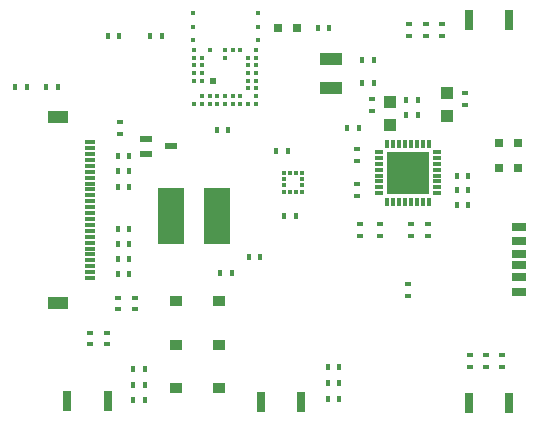
<source format=gtp>
G04*
G04 #@! TF.GenerationSoftware,Altium Limited,Altium Designer,24.3.1 (35)*
G04*
G04 Layer_Color=8421504*
%FSLAX44Y44*%
%MOMM*%
G71*
G04*
G04 #@! TF.SameCoordinates,1466609E-AFDC-4EB5-9CD4-67DB0788F0E7*
G04*
G04*
G04 #@! TF.FilePolarity,Positive*
G04*
G01*
G75*
%ADD18R,0.5400X0.4400*%
%ADD19R,0.4400X0.5400*%
%ADD20R,0.8000X1.7000*%
%ADD21R,0.4000X0.4000*%
%ADD22R,0.5000X0.5000*%
%ADD23R,1.9000X1.1000*%
%ADD24R,0.8000X0.8000*%
%ADD25R,3.6000X3.6000*%
%ADD26R,0.3000X0.8000*%
%ADD27R,0.8000X0.3000*%
%ADD28R,1.0500X0.8500*%
%ADD29R,0.9000X0.3000*%
%ADD30R,1.8000X1.1000*%
%ADD31R,0.3000X0.3500*%
%ADD32R,0.3500X0.3000*%
%ADD33R,2.3000X4.8500*%
%ADD34R,1.0160X1.0160*%
%ADD35R,1.0500X0.5000*%
%ADD36R,1.2000X0.8000*%
%ADD37R,1.2000X0.7600*%
%ADD38R,1.2000X0.7000*%
D18*
X403568Y53198D02*
D03*
Y43198D02*
D03*
X417068D02*
D03*
Y53198D02*
D03*
X430569Y43189D02*
D03*
Y53188D02*
D03*
X366250Y323250D02*
D03*
Y333250D02*
D03*
X380000D02*
D03*
Y323250D02*
D03*
X352500D02*
D03*
Y333250D02*
D03*
X106000Y92000D02*
D03*
Y102000D02*
D03*
X308000Y218000D02*
D03*
Y228000D02*
D03*
X120000Y102000D02*
D03*
Y92000D02*
D03*
X96851Y72378D02*
D03*
Y62378D02*
D03*
X82136Y72378D02*
D03*
Y62378D02*
D03*
X354000Y164000D02*
D03*
Y154000D02*
D03*
X368000Y164000D02*
D03*
Y154000D02*
D03*
X321000Y270000D02*
D03*
Y260000D02*
D03*
X399692Y275268D02*
D03*
Y265268D02*
D03*
X351097Y113171D02*
D03*
Y103171D02*
D03*
X107259Y250868D02*
D03*
Y240868D02*
D03*
X328000Y154000D02*
D03*
Y164000D02*
D03*
X311000Y154000D02*
D03*
Y164000D02*
D03*
X308000Y198000D02*
D03*
Y188000D02*
D03*
D19*
X128811Y14877D02*
D03*
X118811D02*
D03*
Y28377D02*
D03*
X128811D02*
D03*
X118811Y41877D02*
D03*
X128811D02*
D03*
X283251Y16165D02*
D03*
X293251D02*
D03*
Y29665D02*
D03*
X283251D02*
D03*
X392549Y205306D02*
D03*
X402549D02*
D03*
X199283Y243470D02*
D03*
X189283D02*
D03*
X239643Y226456D02*
D03*
X249643D02*
D03*
X115500Y134750D02*
D03*
X105500D02*
D03*
X115500Y122250D02*
D03*
X105500D02*
D03*
X202325Y122929D02*
D03*
X192325D02*
D03*
X226481Y136545D02*
D03*
X216481D02*
D03*
X246305Y171334D02*
D03*
X256305D02*
D03*
X105500Y209000D02*
D03*
X115500D02*
D03*
X105500Y196000D02*
D03*
X115500D02*
D03*
X105500Y159750D02*
D03*
X115500D02*
D03*
X105500Y147250D02*
D03*
X115500D02*
D03*
X349926Y269644D02*
D03*
X359926D02*
D03*
X349961Y256671D02*
D03*
X359961D02*
D03*
X322651Y302872D02*
D03*
X312651D02*
D03*
X322303Y283474D02*
D03*
X312302D02*
D03*
X97079Y323472D02*
D03*
X107079D02*
D03*
X45000Y280000D02*
D03*
X55000D02*
D03*
X115500Y222000D02*
D03*
X105500D02*
D03*
X392549Y192806D02*
D03*
X402549D02*
D03*
X392549Y180306D02*
D03*
X402549D02*
D03*
X300039Y245400D02*
D03*
X310039D02*
D03*
X284802Y330137D02*
D03*
X274802D02*
D03*
X19000Y280000D02*
D03*
X29000D02*
D03*
X142981Y323071D02*
D03*
X132981D02*
D03*
X293251Y43165D02*
D03*
X283251D02*
D03*
D20*
X97000Y14000D02*
D03*
X63000D02*
D03*
X403000Y12818D02*
D03*
X437000D02*
D03*
X403000Y337000D02*
D03*
X437000D02*
D03*
X226589Y13423D02*
D03*
X260589D02*
D03*
D21*
X222500Y272500D02*
D03*
X170500Y311500D02*
D03*
X183500D02*
D03*
X196500D02*
D03*
X203000D02*
D03*
X209500D02*
D03*
X222500D02*
D03*
X222500Y305000D02*
D03*
Y298500D02*
D03*
X222500Y292000D02*
D03*
Y285500D02*
D03*
Y279000D02*
D03*
Y266000D02*
D03*
X216000D02*
D03*
X209500Y266000D02*
D03*
X203000Y266000D02*
D03*
X196500D02*
D03*
X190000Y266000D02*
D03*
X183500Y266000D02*
D03*
X177000D02*
D03*
X170500D02*
D03*
Y285500D02*
D03*
Y292000D02*
D03*
Y298500D02*
D03*
Y305000D02*
D03*
X177000Y305000D02*
D03*
X196500D02*
D03*
X216000Y305000D02*
D03*
Y298500D02*
D03*
Y292000D02*
D03*
Y285500D02*
D03*
Y279000D02*
D03*
X209500Y272500D02*
D03*
X203000D02*
D03*
X196500D02*
D03*
X190000D02*
D03*
X183500D02*
D03*
X177000D02*
D03*
Y285500D02*
D03*
Y292000D02*
D03*
Y298500D02*
D03*
X169000Y319750D02*
D03*
Y342750D02*
D03*
Y331250D02*
D03*
X224000Y331250D02*
D03*
Y342750D02*
D03*
Y319750D02*
D03*
D22*
X186500Y285750D02*
D03*
D23*
X286000Y279000D02*
D03*
Y304000D02*
D03*
D24*
X444674Y211269D02*
D03*
X428174D02*
D03*
X240948Y330509D02*
D03*
X257448D02*
D03*
X428186Y232797D02*
D03*
X444686D02*
D03*
D25*
X351299Y207806D02*
D03*
D26*
X368799Y232306D02*
D03*
X363799D02*
D03*
X358799D02*
D03*
X353799D02*
D03*
X348799D02*
D03*
X343799D02*
D03*
X338799D02*
D03*
X333799D02*
D03*
Y183306D02*
D03*
X338799D02*
D03*
X343799D02*
D03*
X348799D02*
D03*
X353799D02*
D03*
X358799D02*
D03*
X363799D02*
D03*
X368799D02*
D03*
D27*
X326799Y225306D02*
D03*
Y220306D02*
D03*
Y215306D02*
D03*
Y210306D02*
D03*
Y205306D02*
D03*
Y200306D02*
D03*
Y195306D02*
D03*
Y190306D02*
D03*
X375799D02*
D03*
Y195306D02*
D03*
Y200306D02*
D03*
Y205306D02*
D03*
Y210306D02*
D03*
Y215306D02*
D03*
Y220306D02*
D03*
Y225306D02*
D03*
D28*
X155000Y99000D02*
D03*
X191000D02*
D03*
X155000Y62000D02*
D03*
X191000D02*
D03*
Y25000D02*
D03*
X155000D02*
D03*
D29*
X82000Y233500D02*
D03*
Y228500D02*
D03*
Y223500D02*
D03*
Y218500D02*
D03*
Y213500D02*
D03*
Y208500D02*
D03*
Y203500D02*
D03*
Y198500D02*
D03*
Y193500D02*
D03*
Y188500D02*
D03*
Y183500D02*
D03*
Y178500D02*
D03*
Y173500D02*
D03*
Y168500D02*
D03*
Y163500D02*
D03*
Y158500D02*
D03*
Y153500D02*
D03*
Y148500D02*
D03*
Y143500D02*
D03*
Y138500D02*
D03*
Y133500D02*
D03*
Y128500D02*
D03*
Y123500D02*
D03*
Y118500D02*
D03*
D30*
X55000Y255000D02*
D03*
Y97000D02*
D03*
D31*
X261320Y191746D02*
D03*
X256320D02*
D03*
X251320D02*
D03*
X246320D02*
D03*
Y207246D02*
D03*
X251320D02*
D03*
X256320D02*
D03*
X261320D02*
D03*
D32*
X246070Y196996D02*
D03*
Y201996D02*
D03*
X261570D02*
D03*
Y196996D02*
D03*
D33*
X190000Y170750D02*
D03*
X151000D02*
D03*
D34*
X336316Y267505D02*
D03*
Y248257D02*
D03*
X384104Y275327D02*
D03*
Y256079D02*
D03*
D35*
X150780Y230113D02*
D03*
X129780Y223613D02*
D03*
Y236613D02*
D03*
D36*
X445402Y106756D02*
D03*
Y161756D02*
D03*
D37*
Y119056D02*
D03*
Y149455D02*
D03*
D38*
Y139256D02*
D03*
Y129256D02*
D03*
M02*

</source>
